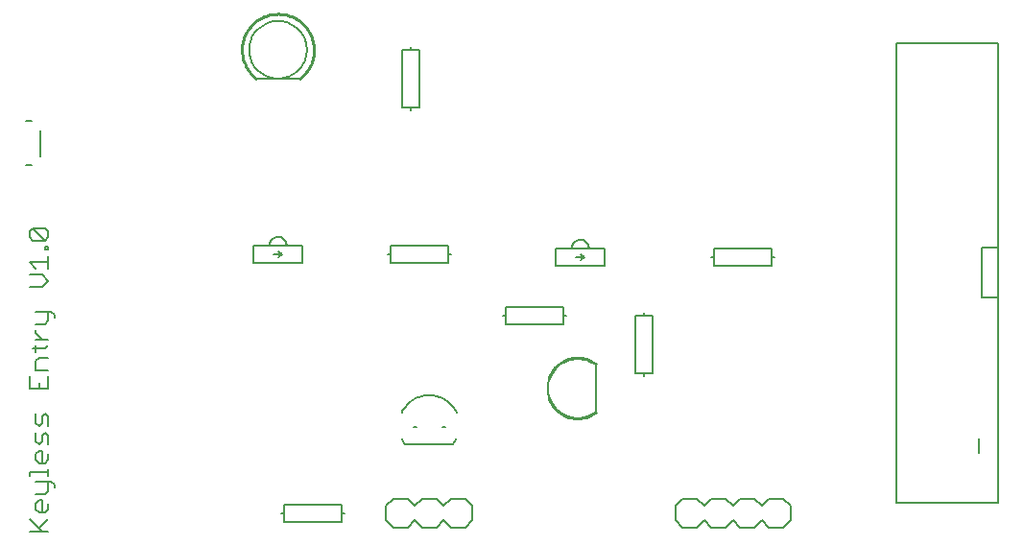
<source format=gto>
G75*
%MOIN*%
%OFA0B0*%
%FSLAX24Y24*%
%IPPOS*%
%LPD*%
%AMOC8*
5,1,8,0,0,1.08239X$1,22.5*
%
%ADD10C,0.0060*%
%ADD11C,0.0080*%
%ADD12C,0.0008*%
%ADD13C,0.0050*%
%ADD14C,0.0100*%
D10*
X003109Y003160D02*
X003750Y003160D01*
X003536Y003160D02*
X003109Y003587D01*
X003430Y003805D02*
X003323Y003911D01*
X003323Y004125D01*
X003430Y004232D01*
X003536Y004232D01*
X003536Y003805D01*
X003430Y003805D02*
X003643Y003805D01*
X003750Y003911D01*
X003750Y004125D01*
X003643Y004449D02*
X003323Y004449D01*
X003643Y004449D02*
X003750Y004556D01*
X003750Y004876D01*
X003857Y004876D02*
X003964Y004769D01*
X003964Y004663D01*
X003857Y004876D02*
X003323Y004876D01*
X003109Y005094D02*
X003109Y005200D01*
X003750Y005200D01*
X003750Y005094D02*
X003750Y005307D01*
X003643Y005523D02*
X003430Y005523D01*
X003323Y005630D01*
X003323Y005844D01*
X003430Y005950D01*
X003536Y005950D01*
X003536Y005523D01*
X003643Y005523D02*
X003750Y005630D01*
X003750Y005844D01*
X003750Y006168D02*
X003750Y006488D01*
X003643Y006595D01*
X003536Y006488D01*
X003536Y006275D01*
X003430Y006168D01*
X003323Y006275D01*
X003323Y006595D01*
X003430Y006812D02*
X003323Y006919D01*
X003323Y007239D01*
X003536Y007133D02*
X003536Y006919D01*
X003430Y006812D01*
X003750Y006812D02*
X003750Y007133D01*
X003643Y007239D01*
X003536Y007133D01*
X003430Y008102D02*
X003430Y008315D01*
X003750Y008102D02*
X003109Y008102D01*
X003109Y008529D01*
X003323Y008746D02*
X003323Y009066D01*
X003430Y009173D01*
X003750Y009173D01*
X003323Y009391D02*
X003323Y009604D01*
X003216Y009497D02*
X003643Y009497D01*
X003750Y009604D01*
X003750Y009820D02*
X003323Y009820D01*
X003536Y009820D02*
X003323Y010034D01*
X003323Y010141D01*
X003323Y010357D02*
X003643Y010357D01*
X003750Y010464D01*
X003750Y010785D01*
X003857Y010785D02*
X003964Y010678D01*
X003964Y010571D01*
X003857Y010785D02*
X003323Y010785D01*
X003536Y011647D02*
X003109Y011647D01*
X003536Y011647D02*
X003750Y011860D01*
X003536Y012074D01*
X003109Y012074D01*
X003323Y012291D02*
X003109Y012505D01*
X003750Y012505D01*
X003750Y012718D02*
X003750Y012291D01*
X003750Y012936D02*
X003750Y013042D01*
X003643Y013042D01*
X003643Y012936D01*
X003750Y012936D01*
X003643Y013258D02*
X003216Y013258D01*
X003109Y013365D01*
X003109Y013578D01*
X003216Y013685D01*
X003643Y013258D01*
X003750Y013365D01*
X003750Y013578D01*
X003643Y013685D01*
X003216Y013685D01*
X003323Y008746D02*
X003750Y008746D01*
X003750Y008529D02*
X003750Y008102D01*
X003750Y003587D02*
X003430Y003267D01*
X010730Y019880D02*
X010732Y019943D01*
X010738Y020005D01*
X010748Y020067D01*
X010761Y020129D01*
X010779Y020189D01*
X010800Y020248D01*
X010825Y020306D01*
X010854Y020362D01*
X010886Y020416D01*
X010921Y020468D01*
X010959Y020517D01*
X011001Y020565D01*
X011045Y020609D01*
X011093Y020651D01*
X011142Y020689D01*
X011194Y020724D01*
X011248Y020756D01*
X011304Y020785D01*
X011362Y020810D01*
X011421Y020831D01*
X011481Y020849D01*
X011543Y020862D01*
X011605Y020872D01*
X011667Y020878D01*
X011730Y020880D01*
X011793Y020878D01*
X011855Y020872D01*
X011917Y020862D01*
X011979Y020849D01*
X012039Y020831D01*
X012098Y020810D01*
X012156Y020785D01*
X012212Y020756D01*
X012266Y020724D01*
X012318Y020689D01*
X012367Y020651D01*
X012415Y020609D01*
X012459Y020565D01*
X012501Y020517D01*
X012539Y020468D01*
X012574Y020416D01*
X012606Y020362D01*
X012635Y020306D01*
X012660Y020248D01*
X012681Y020189D01*
X012699Y020129D01*
X012712Y020067D01*
X012722Y020005D01*
X012728Y019943D01*
X012730Y019880D01*
X012728Y019817D01*
X012722Y019755D01*
X012712Y019693D01*
X012699Y019631D01*
X012681Y019571D01*
X012660Y019512D01*
X012635Y019454D01*
X012606Y019398D01*
X012574Y019344D01*
X012539Y019292D01*
X012501Y019243D01*
X012459Y019195D01*
X012415Y019151D01*
X012367Y019109D01*
X012318Y019071D01*
X012266Y019036D01*
X012212Y019004D01*
X012156Y018975D01*
X012098Y018950D01*
X012039Y018929D01*
X011979Y018911D01*
X011917Y018898D01*
X011855Y018888D01*
X011793Y018882D01*
X011730Y018880D01*
X011667Y018882D01*
X011605Y018888D01*
X011543Y018898D01*
X011481Y018911D01*
X011421Y018929D01*
X011362Y018950D01*
X011304Y018975D01*
X011248Y019004D01*
X011194Y019036D01*
X011142Y019071D01*
X011093Y019109D01*
X011045Y019151D01*
X011001Y019195D01*
X010959Y019243D01*
X010921Y019292D01*
X010886Y019344D01*
X010854Y019398D01*
X010825Y019454D01*
X010800Y019512D01*
X010779Y019571D01*
X010761Y019631D01*
X010748Y019693D01*
X010738Y019755D01*
X010732Y019817D01*
X010730Y019880D01*
D11*
X010980Y018880D02*
X012480Y018880D01*
X016030Y017880D02*
X016330Y017880D01*
X016330Y017780D01*
X016330Y017880D02*
X016630Y017880D01*
X016630Y019880D01*
X016330Y019880D01*
X016330Y019980D01*
X016330Y019880D02*
X016030Y019880D01*
X016030Y017880D01*
X015630Y013080D02*
X015630Y012780D01*
X015530Y012780D01*
X015630Y012780D02*
X015630Y012480D01*
X017630Y012480D01*
X017630Y012780D01*
X017730Y012780D01*
X017630Y012780D02*
X017630Y013080D01*
X015630Y013080D01*
X019630Y010930D02*
X021630Y010930D01*
X021630Y010630D01*
X021730Y010630D01*
X021630Y010630D02*
X021630Y010330D01*
X019630Y010330D01*
X019630Y010630D01*
X019530Y010630D01*
X019630Y010630D02*
X019630Y010930D01*
X022780Y008955D02*
X022780Y007305D01*
X021380Y007380D02*
X021338Y007432D01*
X021299Y007486D01*
X021264Y007543D01*
X021231Y007601D01*
X021203Y007661D01*
X021177Y007723D01*
X021155Y007786D01*
X021137Y007851D01*
X021123Y007916D01*
X021113Y007982D01*
X021106Y008048D01*
X021103Y008115D01*
X021104Y008182D01*
X021109Y008248D01*
X021118Y008314D01*
X021130Y008380D01*
X021146Y008441D01*
X021164Y008501D01*
X021186Y008559D01*
X021211Y008617D01*
X021239Y008673D01*
X021270Y008728D01*
X021304Y008780D01*
X021341Y008831D01*
X021380Y008880D01*
X021130Y008380D02*
X021118Y008318D01*
X021110Y008256D01*
X021105Y008193D01*
X021103Y008130D01*
X021105Y008067D01*
X021110Y008004D01*
X021118Y007942D01*
X021130Y007880D01*
X024130Y008630D02*
X024130Y010630D01*
X024430Y010630D01*
X024430Y010730D01*
X024430Y010630D02*
X024730Y010630D01*
X024730Y008630D01*
X024430Y008630D01*
X024430Y008530D01*
X024430Y008630D02*
X024130Y008630D01*
X026880Y012380D02*
X026880Y012680D01*
X026780Y012680D01*
X026880Y012680D02*
X026880Y012980D01*
X028880Y012980D01*
X028880Y012680D01*
X028980Y012680D01*
X028880Y012680D02*
X028880Y012380D01*
X026880Y012380D01*
X036161Y012996D02*
X036161Y011264D01*
X036752Y011264D01*
X036752Y004154D01*
X033248Y004154D01*
X033208Y004154D02*
X033208Y020106D01*
X036752Y020106D01*
X036752Y012996D01*
X036161Y012996D01*
X036752Y012996D02*
X036752Y011264D01*
X036073Y006380D02*
X036073Y005880D01*
X029530Y004030D02*
X029530Y003530D01*
X029280Y003280D01*
X028780Y003280D01*
X028530Y003530D01*
X028280Y003280D01*
X027780Y003280D01*
X027530Y003530D01*
X027280Y003280D01*
X026780Y003280D01*
X026530Y003530D01*
X026280Y003280D01*
X025780Y003280D01*
X025530Y003530D01*
X025530Y004030D01*
X025780Y004280D01*
X026280Y004280D01*
X026530Y004030D01*
X026780Y004280D01*
X027280Y004280D01*
X027530Y004030D01*
X027780Y004280D01*
X028280Y004280D01*
X028530Y004030D01*
X028780Y004280D01*
X029280Y004280D01*
X029530Y004030D01*
X018480Y004030D02*
X018480Y003530D01*
X018230Y003280D01*
X017730Y003280D01*
X017480Y003530D01*
X017230Y003280D01*
X016730Y003280D01*
X016480Y003530D01*
X016230Y003280D01*
X015730Y003280D01*
X015480Y003530D01*
X015480Y004030D01*
X015730Y004280D01*
X016230Y004280D01*
X016480Y004030D01*
X016730Y004280D01*
X017230Y004280D01*
X017480Y004030D01*
X017730Y004280D01*
X018230Y004280D01*
X018480Y004030D01*
X014030Y003780D02*
X013930Y003780D01*
X013930Y003480D01*
X011930Y003480D01*
X011930Y003780D01*
X011830Y003780D01*
X011930Y003780D02*
X011930Y004080D01*
X013930Y004080D01*
X013930Y003780D01*
X003173Y015862D02*
X002963Y015862D01*
X003484Y016173D02*
X003484Y017087D01*
X003173Y017398D02*
X002963Y017398D01*
D12*
X021094Y007807D02*
X021163Y007828D01*
X021162Y007827D02*
X021182Y007769D01*
X021206Y007713D01*
X021233Y007658D01*
X021263Y007605D01*
X021296Y007553D01*
X021332Y007504D01*
X021371Y007457D01*
X021413Y007413D01*
X021458Y007371D01*
X021505Y007332D01*
X021554Y007295D01*
X021606Y007262D01*
X021659Y007232D01*
X021714Y007205D01*
X021771Y007182D01*
X021828Y007162D01*
X021887Y007145D01*
X021947Y007133D01*
X022008Y007123D01*
X022069Y007118D01*
X022130Y007116D01*
X022191Y007118D01*
X022252Y007123D01*
X022312Y007133D01*
X022372Y007145D01*
X022431Y007162D01*
X022489Y007182D01*
X022545Y007205D01*
X022601Y007232D01*
X022654Y007262D01*
X022705Y007295D01*
X022755Y007331D01*
X022799Y007275D01*
X022746Y007236D01*
X022691Y007200D01*
X022634Y007168D01*
X022575Y007139D01*
X022515Y007114D01*
X022453Y007093D01*
X022389Y007075D01*
X022325Y007062D01*
X022261Y007052D01*
X022195Y007046D01*
X022130Y007044D01*
X022064Y007046D01*
X021999Y007052D01*
X021934Y007062D01*
X021870Y007076D01*
X021807Y007093D01*
X021745Y007115D01*
X021684Y007140D01*
X021626Y007168D01*
X021568Y007200D01*
X021513Y007236D01*
X021461Y007275D01*
X021410Y007317D01*
X021362Y007362D01*
X021317Y007409D01*
X021276Y007460D01*
X021237Y007513D01*
X021201Y007568D01*
X021169Y007625D01*
X021140Y007684D01*
X021115Y007744D01*
X021093Y007806D01*
X021100Y007808D01*
X021121Y007747D01*
X021146Y007686D01*
X021175Y007628D01*
X021207Y007571D01*
X021242Y007516D01*
X021281Y007464D01*
X021323Y007414D01*
X021367Y007367D01*
X021415Y007322D01*
X021465Y007280D01*
X021517Y007242D01*
X021572Y007206D01*
X021629Y007174D01*
X021687Y007146D01*
X021748Y007121D01*
X021809Y007100D01*
X021872Y007082D01*
X021935Y007069D01*
X022000Y007059D01*
X022065Y007053D01*
X022130Y007051D01*
X022195Y007053D01*
X022260Y007059D01*
X022324Y007069D01*
X022388Y007082D01*
X022451Y007100D01*
X022512Y007121D01*
X022572Y007146D01*
X022631Y007174D01*
X022688Y007206D01*
X022742Y007242D01*
X022795Y007280D01*
X022790Y007286D01*
X022738Y007247D01*
X022684Y007212D01*
X022628Y007180D01*
X022569Y007152D01*
X022510Y007127D01*
X022448Y007106D01*
X022386Y007089D01*
X022323Y007075D01*
X022259Y007066D01*
X022194Y007060D01*
X022130Y007058D01*
X022065Y007060D01*
X022001Y007066D01*
X021937Y007076D01*
X021873Y007089D01*
X021811Y007107D01*
X021750Y007128D01*
X021690Y007152D01*
X021632Y007181D01*
X021576Y007212D01*
X021521Y007248D01*
X021469Y007286D01*
X021419Y007327D01*
X021372Y007372D01*
X021328Y007419D01*
X021287Y007468D01*
X021248Y007520D01*
X021213Y007575D01*
X021181Y007631D01*
X021153Y007689D01*
X021128Y007749D01*
X021107Y007810D01*
X021114Y007812D01*
X021135Y007751D01*
X021159Y007692D01*
X021187Y007634D01*
X021219Y007578D01*
X021254Y007524D01*
X021292Y007473D01*
X021333Y007423D01*
X021377Y007377D01*
X021424Y007333D01*
X021474Y007291D01*
X021525Y007253D01*
X021579Y007218D01*
X021635Y007187D01*
X021693Y007159D01*
X021752Y007134D01*
X021813Y007113D01*
X021875Y007096D01*
X021938Y007082D01*
X022002Y007073D01*
X022066Y007067D01*
X022130Y007065D01*
X022194Y007067D01*
X022258Y007073D01*
X022322Y007082D01*
X022384Y007096D01*
X022446Y007113D01*
X022507Y007134D01*
X022567Y007159D01*
X022624Y007187D01*
X022680Y007218D01*
X022734Y007253D01*
X022786Y007291D01*
X022782Y007297D01*
X022730Y007259D01*
X022677Y007224D01*
X022621Y007193D01*
X022564Y007165D01*
X022505Y007141D01*
X022444Y007120D01*
X022383Y007103D01*
X022320Y007089D01*
X022257Y007080D01*
X022194Y007074D01*
X022130Y007072D01*
X022066Y007074D01*
X022002Y007080D01*
X021939Y007089D01*
X021877Y007103D01*
X021815Y007120D01*
X021755Y007141D01*
X021696Y007165D01*
X021639Y007193D01*
X021583Y007224D01*
X021529Y007259D01*
X021478Y007297D01*
X021429Y007338D01*
X021382Y007381D01*
X021338Y007428D01*
X021298Y007477D01*
X021260Y007528D01*
X021225Y007582D01*
X021194Y007638D01*
X021166Y007695D01*
X021141Y007754D01*
X021120Y007814D01*
X021127Y007816D01*
X021148Y007756D01*
X021172Y007698D01*
X021200Y007641D01*
X021231Y007586D01*
X021265Y007532D01*
X021303Y007481D01*
X021344Y007433D01*
X021387Y007386D01*
X021433Y007343D01*
X021482Y007302D01*
X021533Y007265D01*
X021587Y007230D01*
X021642Y007199D01*
X021699Y007172D01*
X021757Y007147D01*
X021817Y007127D01*
X021878Y007110D01*
X021941Y007096D01*
X022003Y007087D01*
X022066Y007081D01*
X022130Y007079D01*
X022193Y007081D01*
X022256Y007087D01*
X022319Y007096D01*
X022381Y007109D01*
X022442Y007126D01*
X022502Y007147D01*
X022561Y007171D01*
X022618Y007199D01*
X022673Y007230D01*
X022726Y007265D01*
X022777Y007302D01*
X022773Y007308D01*
X022722Y007270D01*
X022669Y007236D01*
X022615Y007205D01*
X022558Y007178D01*
X022500Y007154D01*
X022440Y007133D01*
X022379Y007116D01*
X022318Y007103D01*
X022255Y007094D01*
X022193Y007088D01*
X022130Y007086D01*
X022067Y007088D01*
X022004Y007094D01*
X021942Y007103D01*
X021880Y007116D01*
X021819Y007133D01*
X021760Y007154D01*
X021702Y007178D01*
X021645Y007205D01*
X021590Y007236D01*
X021537Y007271D01*
X021486Y007308D01*
X021438Y007348D01*
X021392Y007391D01*
X021349Y007437D01*
X021309Y007486D01*
X021271Y007536D01*
X021237Y007589D01*
X021206Y007644D01*
X021178Y007701D01*
X021154Y007759D01*
X021134Y007818D01*
X021140Y007820D01*
X021161Y007761D01*
X021185Y007704D01*
X021212Y007647D01*
X021243Y007593D01*
X021277Y007540D01*
X021314Y007490D01*
X021354Y007442D01*
X021397Y007396D01*
X021443Y007353D01*
X021491Y007313D01*
X021541Y007276D01*
X021594Y007242D01*
X021648Y007212D01*
X021705Y007184D01*
X021762Y007160D01*
X021822Y007140D01*
X021882Y007123D01*
X021943Y007110D01*
X022005Y007101D01*
X022067Y007095D01*
X022130Y007093D01*
X022192Y007095D01*
X022255Y007101D01*
X022316Y007110D01*
X022378Y007123D01*
X022438Y007140D01*
X022497Y007160D01*
X022555Y007184D01*
X022611Y007211D01*
X022666Y007242D01*
X022718Y007276D01*
X022769Y007313D01*
X022764Y007319D01*
X022714Y007282D01*
X022662Y007248D01*
X022608Y007218D01*
X022552Y007190D01*
X022495Y007167D01*
X022436Y007146D01*
X022376Y007130D01*
X022315Y007117D01*
X022254Y007107D01*
X022192Y007102D01*
X022130Y007100D01*
X022068Y007102D01*
X022006Y007108D01*
X021944Y007117D01*
X021884Y007130D01*
X021824Y007147D01*
X021765Y007167D01*
X021707Y007191D01*
X021652Y007218D01*
X021597Y007248D01*
X021545Y007282D01*
X021495Y007319D01*
X021447Y007359D01*
X021402Y007401D01*
X021359Y007446D01*
X021320Y007494D01*
X021283Y007544D01*
X021249Y007596D01*
X021218Y007651D01*
X021191Y007706D01*
X021167Y007764D01*
X021147Y007823D01*
X021154Y007825D01*
X021174Y007766D01*
X021198Y007709D01*
X021225Y007654D01*
X021255Y007600D01*
X021289Y007548D01*
X021325Y007499D01*
X021365Y007451D01*
X021407Y007406D01*
X021452Y007364D01*
X021499Y007324D01*
X021549Y007288D01*
X021601Y007254D01*
X021655Y007224D01*
X021710Y007197D01*
X021767Y007173D01*
X021826Y007153D01*
X021885Y007137D01*
X021946Y007124D01*
X022007Y007114D01*
X022068Y007109D01*
X022130Y007107D01*
X022191Y007109D01*
X022253Y007114D01*
X022314Y007124D01*
X022374Y007137D01*
X022434Y007153D01*
X022492Y007173D01*
X022549Y007197D01*
X022605Y007224D01*
X022659Y007254D01*
X022710Y007288D01*
X022760Y007324D01*
X022756Y007330D01*
X022706Y007293D01*
X022655Y007260D01*
X022601Y007230D01*
X022546Y007203D01*
X022490Y007180D01*
X022432Y007160D01*
X022373Y007143D01*
X022313Y007131D01*
X022252Y007121D01*
X022191Y007116D01*
X022130Y007114D01*
X022068Y007116D01*
X022007Y007121D01*
X021947Y007131D01*
X021887Y007144D01*
X021828Y007160D01*
X021770Y007180D01*
X021713Y007203D01*
X021658Y007230D01*
X021605Y007260D01*
X021553Y007294D01*
X021504Y007330D01*
X021457Y007369D01*
X021412Y007411D01*
X021370Y007456D01*
X021331Y007503D01*
X021294Y007552D01*
X021261Y007604D01*
X021231Y007657D01*
X021204Y007712D01*
X021180Y007769D01*
X021160Y007827D01*
X022799Y008985D02*
X022754Y008928D01*
X022755Y008929D02*
X022705Y008965D01*
X022654Y008998D01*
X022601Y009028D01*
X022545Y009055D01*
X022489Y009078D01*
X022431Y009098D01*
X022372Y009115D01*
X022312Y009127D01*
X022252Y009137D01*
X022191Y009142D01*
X022130Y009144D01*
X022069Y009142D01*
X022008Y009137D01*
X021947Y009127D01*
X021887Y009115D01*
X021828Y009098D01*
X021771Y009078D01*
X021714Y009055D01*
X021659Y009028D01*
X021606Y008998D01*
X021554Y008965D01*
X021505Y008929D01*
X021458Y008889D01*
X021413Y008847D01*
X021371Y008803D01*
X021332Y008756D01*
X021296Y008707D01*
X021263Y008655D01*
X021233Y008602D01*
X021206Y008547D01*
X021182Y008491D01*
X021162Y008433D01*
X021094Y008454D01*
X021093Y008454D01*
X021115Y008516D01*
X021140Y008576D01*
X021169Y008635D01*
X021201Y008692D01*
X021237Y008747D01*
X021276Y008800D01*
X021318Y008851D01*
X021362Y008898D01*
X021410Y008943D01*
X021461Y008985D01*
X021513Y009024D01*
X021568Y009060D01*
X021626Y009092D01*
X021684Y009120D01*
X021745Y009145D01*
X021807Y009167D01*
X021870Y009184D01*
X021934Y009198D01*
X021999Y009208D01*
X022064Y009214D01*
X022130Y009216D01*
X022195Y009214D01*
X022261Y009208D01*
X022325Y009198D01*
X022390Y009185D01*
X022453Y009167D01*
X022515Y009146D01*
X022575Y009121D01*
X022634Y009092D01*
X022691Y009060D01*
X022746Y009024D01*
X022799Y008985D01*
X022795Y008980D01*
X022742Y009018D01*
X022688Y009054D01*
X022631Y009086D01*
X022572Y009114D01*
X022512Y009139D01*
X022451Y009160D01*
X022388Y009178D01*
X022324Y009191D01*
X022260Y009201D01*
X022195Y009207D01*
X022130Y009209D01*
X022065Y009207D01*
X022000Y009201D01*
X021935Y009191D01*
X021872Y009178D01*
X021809Y009160D01*
X021748Y009139D01*
X021687Y009114D01*
X021629Y009086D01*
X021572Y009054D01*
X021517Y009018D01*
X021465Y008980D01*
X021415Y008938D01*
X021367Y008893D01*
X021323Y008846D01*
X021281Y008796D01*
X021242Y008744D01*
X021207Y008689D01*
X021175Y008632D01*
X021146Y008574D01*
X021121Y008513D01*
X021100Y008452D01*
X021107Y008450D01*
X021128Y008511D01*
X021153Y008571D01*
X021181Y008629D01*
X021213Y008685D01*
X021248Y008740D01*
X021287Y008792D01*
X021328Y008841D01*
X021372Y008888D01*
X021419Y008933D01*
X021469Y008974D01*
X021521Y009012D01*
X021576Y009048D01*
X021632Y009079D01*
X021690Y009108D01*
X021750Y009132D01*
X021811Y009153D01*
X021873Y009171D01*
X021937Y009184D01*
X022001Y009194D01*
X022065Y009200D01*
X022130Y009202D01*
X022194Y009200D01*
X022259Y009194D01*
X022323Y009185D01*
X022386Y009171D01*
X022448Y009154D01*
X022510Y009133D01*
X022569Y009108D01*
X022628Y009080D01*
X022684Y009048D01*
X022738Y009013D01*
X022790Y008974D01*
X022786Y008969D01*
X022734Y009007D01*
X022680Y009042D01*
X022624Y009073D01*
X022567Y009101D01*
X022507Y009126D01*
X022446Y009147D01*
X022384Y009164D01*
X022322Y009178D01*
X022258Y009187D01*
X022194Y009193D01*
X022130Y009195D01*
X022066Y009193D01*
X022002Y009187D01*
X021938Y009178D01*
X021875Y009164D01*
X021813Y009147D01*
X021752Y009126D01*
X021693Y009101D01*
X021635Y009073D01*
X021579Y009042D01*
X021525Y009007D01*
X021474Y008969D01*
X021424Y008927D01*
X021377Y008883D01*
X021333Y008837D01*
X021292Y008787D01*
X021254Y008736D01*
X021219Y008682D01*
X021187Y008626D01*
X021159Y008568D01*
X021135Y008509D01*
X021114Y008448D01*
X021120Y008446D01*
X021141Y008506D01*
X021166Y008565D01*
X021194Y008622D01*
X021225Y008678D01*
X021260Y008732D01*
X021298Y008783D01*
X021338Y008832D01*
X021382Y008879D01*
X021429Y008922D01*
X021478Y008963D01*
X021529Y009001D01*
X021583Y009036D01*
X021639Y009067D01*
X021696Y009095D01*
X021755Y009119D01*
X021815Y009140D01*
X021877Y009157D01*
X021939Y009171D01*
X022002Y009180D01*
X022066Y009186D01*
X022130Y009188D01*
X022194Y009186D01*
X022257Y009180D01*
X022320Y009171D01*
X022383Y009157D01*
X022444Y009140D01*
X022505Y009119D01*
X022564Y009095D01*
X022621Y009067D01*
X022677Y009036D01*
X022730Y009001D01*
X022782Y008963D01*
X022777Y008958D01*
X022726Y008995D01*
X022673Y009030D01*
X022618Y009061D01*
X022561Y009089D01*
X022502Y009113D01*
X022442Y009134D01*
X022381Y009151D01*
X022319Y009164D01*
X022256Y009173D01*
X022193Y009179D01*
X022130Y009181D01*
X022066Y009179D01*
X022003Y009173D01*
X021941Y009164D01*
X021879Y009150D01*
X021817Y009133D01*
X021757Y009113D01*
X021699Y009088D01*
X021642Y009061D01*
X021587Y009030D01*
X021533Y008995D01*
X021482Y008958D01*
X021433Y008917D01*
X021387Y008874D01*
X021344Y008827D01*
X021303Y008779D01*
X021265Y008728D01*
X021231Y008674D01*
X021200Y008619D01*
X021172Y008562D01*
X021148Y008504D01*
X021127Y008444D01*
X021134Y008442D01*
X021154Y008501D01*
X021178Y008559D01*
X021206Y008616D01*
X021237Y008671D01*
X021271Y008724D01*
X021309Y008774D01*
X021349Y008823D01*
X021392Y008869D01*
X021438Y008912D01*
X021487Y008952D01*
X021537Y008989D01*
X021590Y009024D01*
X021645Y009055D01*
X021702Y009082D01*
X021760Y009106D01*
X021819Y009127D01*
X021880Y009144D01*
X021942Y009157D01*
X022004Y009166D01*
X022067Y009172D01*
X022130Y009174D01*
X022193Y009172D01*
X022255Y009166D01*
X022318Y009157D01*
X022379Y009144D01*
X022440Y009127D01*
X022500Y009106D01*
X022558Y009082D01*
X022615Y009055D01*
X022669Y009024D01*
X022722Y008990D01*
X022773Y008952D01*
X022769Y008947D01*
X022718Y008984D01*
X022666Y009018D01*
X022611Y009049D01*
X022555Y009076D01*
X022497Y009100D01*
X022438Y009120D01*
X022378Y009137D01*
X022317Y009150D01*
X022255Y009159D01*
X022192Y009165D01*
X022130Y009167D01*
X022067Y009165D01*
X022005Y009159D01*
X021943Y009150D01*
X021882Y009137D01*
X021822Y009120D01*
X021762Y009100D01*
X021705Y009076D01*
X021648Y009048D01*
X021594Y009018D01*
X021541Y008984D01*
X021491Y008947D01*
X021443Y008907D01*
X021397Y008864D01*
X021354Y008818D01*
X021314Y008770D01*
X021277Y008720D01*
X021243Y008667D01*
X021212Y008613D01*
X021185Y008556D01*
X021161Y008499D01*
X021140Y008440D01*
X021147Y008437D01*
X021167Y008496D01*
X021191Y008554D01*
X021218Y008609D01*
X021249Y008664D01*
X021283Y008716D01*
X021320Y008766D01*
X021359Y008814D01*
X021402Y008859D01*
X021447Y008901D01*
X021495Y008941D01*
X021545Y008978D01*
X021597Y009012D01*
X021652Y009042D01*
X021707Y009069D01*
X021765Y009093D01*
X021824Y009113D01*
X021884Y009130D01*
X021944Y009143D01*
X022006Y009152D01*
X022068Y009158D01*
X022130Y009160D01*
X022192Y009158D01*
X022254Y009153D01*
X022315Y009143D01*
X022376Y009130D01*
X022436Y009114D01*
X022495Y009093D01*
X022552Y009070D01*
X022608Y009042D01*
X022662Y009012D01*
X022714Y008978D01*
X022764Y008941D01*
X022760Y008936D01*
X022710Y008972D01*
X022659Y009006D01*
X022605Y009036D01*
X022549Y009063D01*
X022492Y009087D01*
X022434Y009107D01*
X022374Y009123D01*
X022314Y009136D01*
X022253Y009146D01*
X022191Y009151D01*
X022130Y009153D01*
X022068Y009151D01*
X022007Y009146D01*
X021946Y009136D01*
X021885Y009123D01*
X021826Y009107D01*
X021767Y009087D01*
X021710Y009063D01*
X021655Y009036D01*
X021601Y009006D01*
X021549Y008972D01*
X021499Y008936D01*
X021452Y008896D01*
X021407Y008854D01*
X021365Y008809D01*
X021325Y008761D01*
X021289Y008712D01*
X021255Y008660D01*
X021225Y008606D01*
X021198Y008551D01*
X021174Y008494D01*
X021154Y008435D01*
X021160Y008433D01*
X021180Y008491D01*
X021204Y008548D01*
X021231Y008603D01*
X021261Y008656D01*
X021294Y008708D01*
X021331Y008757D01*
X021370Y008804D01*
X021412Y008849D01*
X021457Y008891D01*
X021504Y008930D01*
X021553Y008966D01*
X021605Y009000D01*
X021658Y009030D01*
X021713Y009057D01*
X021770Y009080D01*
X021828Y009100D01*
X021887Y009116D01*
X021947Y009129D01*
X022007Y009139D01*
X022068Y009144D01*
X022130Y009146D01*
X022191Y009144D01*
X022252Y009139D01*
X022313Y009129D01*
X022373Y009117D01*
X022432Y009100D01*
X022490Y009080D01*
X022546Y009057D01*
X022601Y009030D01*
X022655Y009000D01*
X022706Y008967D01*
X022756Y008930D01*
D13*
X017805Y006180D02*
X016155Y006180D01*
X016427Y006780D02*
X016533Y006780D01*
X016030Y006383D02*
X016057Y006329D01*
X016087Y006278D01*
X016120Y006228D01*
X016155Y006180D01*
X016030Y007277D02*
X016059Y007334D01*
X016092Y007390D01*
X016127Y007443D01*
X016167Y007494D01*
X016209Y007542D01*
X016254Y007588D01*
X016301Y007631D01*
X016351Y007671D01*
X016404Y007708D01*
X016459Y007741D01*
X016515Y007772D01*
X016574Y007798D01*
X016634Y007821D01*
X016695Y007841D01*
X016757Y007856D01*
X016820Y007868D01*
X016884Y007876D01*
X016948Y007880D01*
X017012Y007880D01*
X017076Y007876D01*
X017140Y007868D01*
X017203Y007856D01*
X017265Y007841D01*
X017326Y007821D01*
X017386Y007798D01*
X017445Y007772D01*
X017501Y007741D01*
X017556Y007708D01*
X017609Y007671D01*
X017659Y007631D01*
X017706Y007588D01*
X017751Y007542D01*
X017793Y007494D01*
X017833Y007443D01*
X017868Y007390D01*
X017901Y007334D01*
X017930Y007277D01*
X017533Y006780D02*
X017427Y006780D01*
X017934Y006392D02*
X017907Y006336D01*
X017876Y006282D01*
X017842Y006230D01*
X017805Y006180D01*
X021380Y012380D02*
X021380Y012980D01*
X021930Y012980D01*
X022530Y012980D01*
X023080Y012980D01*
X023080Y012380D01*
X021380Y012380D01*
X022080Y012680D02*
X022380Y012680D01*
X022230Y012780D01*
X022380Y012680D02*
X022230Y012580D01*
X022530Y012980D02*
X022528Y013014D01*
X022522Y013047D01*
X022513Y013079D01*
X022500Y013110D01*
X022484Y013140D01*
X022465Y013167D01*
X022442Y013192D01*
X022417Y013215D01*
X022390Y013234D01*
X022360Y013250D01*
X022329Y013263D01*
X022297Y013272D01*
X022264Y013278D01*
X022230Y013280D01*
X022196Y013278D01*
X022163Y013272D01*
X022131Y013263D01*
X022100Y013250D01*
X022070Y013234D01*
X022043Y013215D01*
X022018Y013192D01*
X021995Y013167D01*
X021976Y013140D01*
X021960Y013110D01*
X021947Y013079D01*
X021938Y013047D01*
X021932Y013014D01*
X021930Y012980D01*
X012580Y013080D02*
X012580Y012480D01*
X010880Y012480D01*
X010880Y013080D01*
X011430Y013080D01*
X012030Y013080D01*
X012580Y013080D01*
X011880Y012780D02*
X011580Y012780D01*
X011730Y012880D02*
X011880Y012780D01*
X011730Y012680D01*
X012030Y013080D02*
X012028Y013114D01*
X012022Y013147D01*
X012013Y013179D01*
X012000Y013210D01*
X011984Y013240D01*
X011965Y013267D01*
X011942Y013292D01*
X011917Y013315D01*
X011890Y013334D01*
X011860Y013350D01*
X011829Y013363D01*
X011797Y013372D01*
X011764Y013378D01*
X011730Y013380D01*
X011696Y013378D01*
X011663Y013372D01*
X011631Y013363D01*
X011600Y013350D01*
X011570Y013334D01*
X011543Y013315D01*
X011518Y013292D01*
X011495Y013267D01*
X011476Y013240D01*
X011460Y013210D01*
X011447Y013179D01*
X011438Y013147D01*
X011432Y013114D01*
X011430Y013080D01*
D14*
X010980Y018880D02*
X010926Y018923D01*
X010874Y018969D01*
X010825Y019018D01*
X010778Y019070D01*
X010735Y019124D01*
X010694Y019180D01*
X010657Y019239D01*
X010623Y019299D01*
X010593Y019362D01*
X010566Y019425D01*
X010542Y019491D01*
X010522Y019557D01*
X010506Y019625D01*
X010494Y019693D01*
X010486Y019762D01*
X010481Y019831D01*
X010480Y019901D01*
X010483Y019970D01*
X010490Y020039D01*
X010501Y020107D01*
X010515Y020175D01*
X010534Y020242D01*
X010556Y020308D01*
X010581Y020373D01*
X010610Y020436D01*
X010643Y020497D01*
X010679Y020556D01*
X010718Y020613D01*
X010760Y020669D01*
X010805Y020721D01*
X010853Y020771D01*
X010904Y020818D01*
X010958Y020863D01*
X011013Y020904D01*
X011071Y020942D01*
X011131Y020977D01*
X011193Y021009D01*
X011256Y021037D01*
X011321Y021061D01*
X011387Y021082D01*
X011455Y021099D01*
X011523Y021113D01*
X011592Y021122D01*
X011661Y021128D01*
X011730Y021130D01*
X011799Y021128D01*
X011868Y021122D01*
X011937Y021113D01*
X012005Y021099D01*
X012073Y021082D01*
X012139Y021061D01*
X012204Y021037D01*
X012267Y021009D01*
X012329Y020977D01*
X012389Y020942D01*
X012447Y020904D01*
X012502Y020863D01*
X012556Y020818D01*
X012607Y020771D01*
X012655Y020721D01*
X012700Y020669D01*
X012742Y020613D01*
X012781Y020556D01*
X012817Y020497D01*
X012850Y020436D01*
X012879Y020373D01*
X012904Y020308D01*
X012926Y020242D01*
X012945Y020175D01*
X012959Y020107D01*
X012970Y020039D01*
X012977Y019970D01*
X012980Y019901D01*
X012979Y019831D01*
X012974Y019762D01*
X012966Y019693D01*
X012954Y019625D01*
X012938Y019557D01*
X012918Y019491D01*
X012894Y019425D01*
X012867Y019362D01*
X012837Y019299D01*
X012803Y019239D01*
X012766Y019180D01*
X012725Y019124D01*
X012682Y019070D01*
X012635Y019018D01*
X012586Y018969D01*
X012534Y018923D01*
X012480Y018880D01*
M02*

</source>
